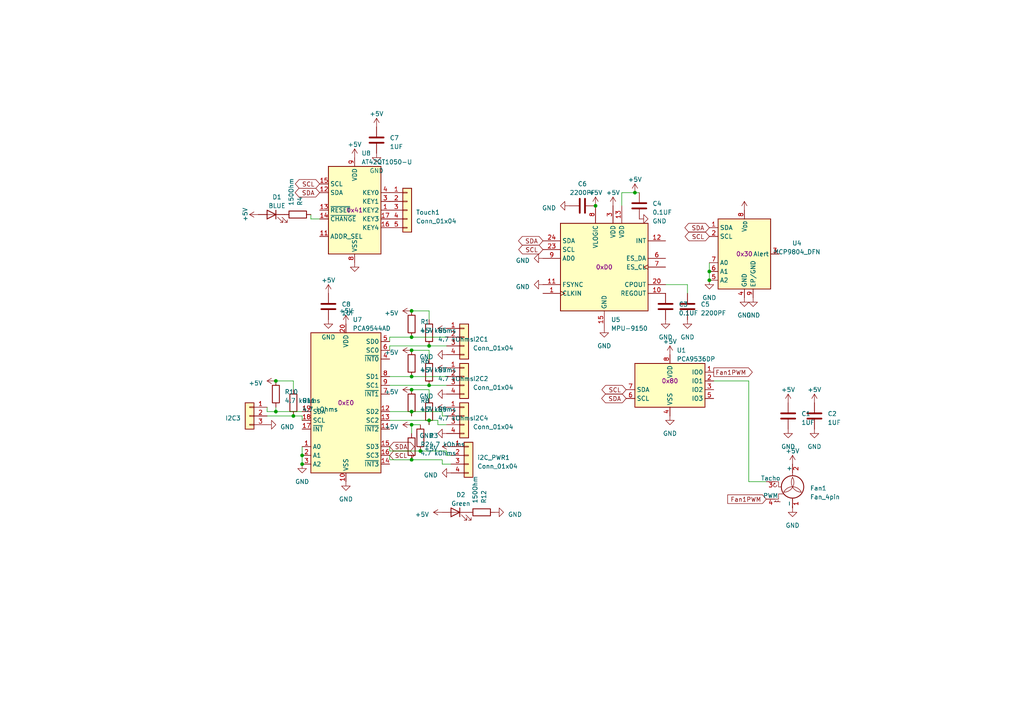
<source format=kicad_sch>
(kicad_sch (version 20230121) (generator eeschema)
  (paper "A4")
  (lib_symbols
    (symbol "Connector_Generic:Conn_01x03" (pin_names (offset 1.016) hide)
      (property "Reference" "J" (at 0 5.08 0))
      (property "Value" "Conn_01x03" (at 0 -5.08 0))
      (symbol "Conn_01x03_1_1"
        (rectangle (start -1.27 -2.413) (end 0 -2.667) (stroke (width 0.1524)))
        (rectangle (start -1.27 0.127) (end 0 -0.127) (stroke (width 0.1524)))
        (rectangle (start -1.27 2.667) (end 0 2.413) (stroke (width 0.1524)))
        (rectangle (start -1.27 3.81) (end 1.27 -3.81) (stroke (width 0.254)) (fill (type background)))
        (pin passive line (at -5.08 2.54 0) (length 3.81) (name "Pin_1") (number "1"))
        (pin passive line (at -5.08 0 0) (length 3.81) (name "Pin_2") (number "2"))
        (pin passive line (at -5.08 -2.54 0) (length 3.81) (name "Pin_3") (number "3"))
      )
    )
    (symbol "Connector_Generic:Conn_01x04" (pin_names (offset 1.016) hide)
      (property "Reference" "J" (at 0 5.08 0))
      (property "Value" "Conn_01x04" (at 0 -7.62 0))
      (symbol "Conn_01x04_1_1"
        (rectangle (start -1.27 -4.953) (end 0 -5.207) (stroke (width 0.1524)))
        (rectangle (start -1.27 -2.413) (end 0 -2.667) (stroke (width 0.1524)))
        (rectangle (start -1.27 0.127) (end 0 -0.127) (stroke (width 0.1524)))
        (rectangle (start -1.27 2.667) (end 0 2.413) (stroke (width 0.1524)))
        (rectangle (start -1.27 3.81) (end 1.27 -6.35) (stroke (width 0.254)) (fill (type background)))
        (pin passive line (at -5.08 2.54 0) (length 3.81) (name "Pin_1") (number "1"))
        (pin passive line (at -5.08 0 0) (length 3.81) (name "Pin_2") (number "2"))
        (pin passive line (at -5.08 -2.54 0) (length 3.81) (name "Pin_3") (number "3"))
        (pin passive line (at -5.08 -5.08 0) (length 3.81) (name "Pin_4") (number "4"))
      )
    )
    (symbol "Connector_Generic:Conn_01x05" (pin_names (offset 1.016) hide)
      (property "Reference" "J" (at 0 7.62 0))
      (property "Value" "Conn_01x05" (at 0 -7.62 0))
      (symbol "Conn_01x05_1_1"
        (rectangle (start -1.27 -4.953) (end 0 -5.207) (stroke (width 0.1524)))
        (rectangle (start -1.27 -2.413) (end 0 -2.667) (stroke (width 0.1524)))
        (rectangle (start -1.27 0.127) (end 0 -0.127) (stroke (width 0.1524)))
        (rectangle (start -1.27 2.667) (end 0 2.413) (stroke (width 0.1524)))
        (rectangle (start -1.27 5.207) (end 0 4.953) (stroke (width 0.1524)))
        (rectangle (start -1.27 6.35) (end 1.27 -6.35) (stroke (width 0.254)) (fill (type background)))
        (pin passive line (at -5.08 5.08 0) (length 3.81) (name "Pin_1") (number "1"))
        (pin passive line (at -5.08 2.54 0) (length 3.81) (name "Pin_2") (number "2"))
        (pin passive line (at -5.08 0 0) (length 3.81) (name "Pin_3") (number "3"))
        (pin passive line (at -5.08 -2.54 0) (length 3.81) (name "Pin_4") (number "4"))
        (pin passive line (at -5.08 -5.08 0) (length 3.81) (name "Pin_5") (number "5"))
      )
    )
    (symbol "Device:C" (pin_numbers hide) (pin_names (offset 0.254))
      (property "Reference" "C" (at 0.635 2.54 0))
      (property "Value" "C" (at 0.635 -2.54 0))
      (symbol "C_0_1"
        (polyline (pts (xy -2.032 -0.762) (xy 2.032 -0.762)) (stroke (width 0.508)))
        (polyline (pts (xy -2.032 0.762) (xy 2.032 0.762)) (stroke (width 0.508)))
      )
      (symbol "C_1_1"
        (pin passive line (at 0 3.81 270) (length 2.794) (name "~") (number "1"))
        (pin passive line (at 0 -3.81 90) (length 2.794) (name "~") (number "2"))
      )
    )
    (symbol "Device:LED" (pin_numbers hide) (pin_names (offset 1.016) hide)
      (property "Reference" "D" (at 0 2.54 0))
      (property "Value" "LED" (at 0 -2.54 0))
      (symbol "LED_0_1"
        (polyline (pts (xy -1.27 -1.27) (xy -1.27 1.27)) (stroke (width 0.254)))
        (polyline (pts (xy -1.27 0) (xy 1.27 0)))
        (polyline (pts (xy 1.27 -1.27) (xy 1.27 1.27) (xy -1.27 0) (xy 1.27 -1.27)) (stroke (width 0.254)))
        (polyline (pts (xy -3.048 -0.762) (xy -4.572 -2.286) (xy -3.81 -2.286) (xy -4.572 -2.286) (xy -4.572 -1.524)))
        (polyline (pts (xy -1.778 -0.762) (xy -3.302 -2.286) (xy -2.54 -2.286) (xy -3.302 -2.286) (xy -3.302 -1.524)))
      )
      (symbol "LED_1_1"
        (pin passive line (at -3.81 0 0) (length 2.54) (name "K") (number "1"))
        (pin passive line (at 3.81 0 180) (length 2.54) (name "A") (number "2"))
      )
    )
    (symbol "Device:R" (pin_numbers hide) (pin_names (offset 0))
      (property "Reference" "R" (at 2.032 0 90))
      (property "Value" "R" (at 0 0 90))
      (symbol "R_0_1"
        (rectangle (start -1.016 -2.54) (end 1.016 2.54) (stroke (width 0.254)))
      )
      (symbol "R_1_1"
        (pin passive line (at 0 3.81 270) (length 1.27) (name "~") (number "1"))
        (pin passive line (at 0 -3.81 90) (length 1.27) (name "~") (number "2"))
      )
    )
    (symbol "Interface_Expansion:PCA9536DP"
      (property "Reference" "U" (at -8.89 6.35 0))
      (property "Value" "PCA9536DP" (at 6.35 6.35 0))
      (symbol "PCA9536DP_0_1"
        (rectangle (start -10.16 5.08) (end 10.16 -7.62) (stroke (width 0.254)) (fill (type background)))
      )
      (symbol "PCA9536DP_1_1"
        (pin bidirectional line (at 12.7 2.54 180) (length 2.54) (name "IO0") (number "1"))
        (pin bidirectional line (at 12.7 0 180) (length 2.54) (name "IO1") (number "2"))
        (pin bidirectional line (at 12.7 -2.54 180) (length 2.54) (name "IO2") (number "3"))
        (pin power_in line (at 0 -10.16 90) (length 2.54) (name "VSS") (number "4"))
        (pin bidirectional line (at 12.7 -5.08 180) (length 2.54) (name "IO3") (number "5"))
        (pin input line (at -12.7 -5.08 0) (length 2.54) (name "SCL") (number "6"))
        (pin bidirectional line (at -12.7 -2.54 0) (length 2.54) (name "SDA") (number "7"))
        (pin power_in line (at 0 7.62 270) (length 2.54) (name "VDD") (number "8"))
      )
    )
    (symbol "Interface_Expansion:PCA9544AD"
      (property "Reference" "U" (at -8.89 21.59 0))
      (property "Value" "PCA9544AD" (at 6.35 21.59 0))
      (symbol "PCA9544AD_0_1"
        (rectangle (start 10.16 20.32) (end -10.16 -20.32) (stroke (width 0.254)) (fill (type background)))
      )
      (symbol "PCA9544AD_1_1"
        (pin input line (at -12.7 -12.7 0) (length 2.54) (name "A0") (number "1"))
        (pin power_in line (at 0 -22.86 90) (length 2.54) (name "VSS") (number "10"))
        (pin input line (at 12.7 -7.62 180) (length 2.54) (name "~{INT2}") (number "11"))
        (pin bidirectional line (at 12.7 -2.54 180) (length 2.54) (name "SD2") (number "12"))
        (pin output line (at 12.7 -5.08 180) (length 2.54) (name "SC2") (number "13"))
        (pin input line (at 12.7 -17.78 180) (length 2.54) (name "~{INT3}") (number "14"))
        (pin bidirectional line (at 12.7 -12.7 180) (length 2.54) (name "SD3") (number "15"))
        (pin output line (at 12.7 -15.24 180) (length 2.54) (name "SC3") (number "16"))
        (pin open_collector line (at -12.7 -7.62 0) (length 2.54) (name "~{INT}") (number "17"))
        (pin input line (at -12.7 -5.08 0) (length 2.54) (name "SCL") (number "18"))
        (pin bidirectional line (at -12.7 -2.54 0) (length 2.54) (name "SDA") (number "19"))
        (pin input line (at -12.7 -15.24 0) (length 2.54) (name "A1") (number "2"))
        (pin power_in line (at 0 22.86 270) (length 2.54) (name "VDD") (number "20"))
        (pin input line (at -12.7 -17.78 0) (length 2.54) (name "A2") (number "3"))
        (pin input line (at 12.7 12.7 180) (length 2.54) (name "~{INT0}") (number "4"))
        (pin bidirectional line (at 12.7 17.78 180) (length 2.54) (name "SD0") (number "5"))
        (pin output line (at 12.7 15.24 180) (length 2.54) (name "SC0") (number "6"))
        (pin input line (at 12.7 2.54 180) (length 2.54) (name "~{INT1}") (number "7"))
        (pin bidirectional line (at 12.7 7.62 180) (length 2.54) (name "SD1") (number "8"))
        (pin output line (at 12.7 5.08 180) (length 2.54) (name "SC1") (number "9"))
      )
    )
    (symbol "Motor:Fan_4pin" (pin_names (offset 0))
      (property "Reference" "M" (at 2.54 5.08 0))
      (property "Value" "Fan_4pin" (at 2.54 -2.54 0))
      (symbol "Fan_4pin_0_0"
        (arc (start -5.588 1.524) (mid -5.08 1.0182) (end -4.572 1.524))
        (arc (start -5.08 2.032) (mid -5.4392 1.8832) (end -5.588 1.524))
        (polyline (pts (xy -5.08 2.032) (xy -5.334 2.159)))
        (polyline (pts (xy -5.08 2.032) (xy -5.207 1.778)))
        (polyline (pts (xy -4.064 2.54) (xy -4.064 1.016) (xy -3.302 1.016)))
      )
      (symbol "Fan_4pin_0_1"
        (arc (start -2.54 -0.508) (mid 0.0028 0.9121) (end 0 3.81))
        (polyline (pts (xy -4.064 2.54) (xy -5.08 2.54)))
        (polyline (pts (xy 0 -5.08) (xy 0 -4.572)))
        (polyline (pts (xy 0 -2.2352) (xy 0 -2.6416)))
        (polyline (pts (xy 0 4.2672) (xy 0 4.6228)))
        (polyline (pts (xy 0 4.572) (xy 0 5.08)))
        (polyline (pts (xy -2.54 -1.016) (xy -4.064 -1.016) (xy -4.064 -2.54) (xy -5.08 -2.54)))
        (polyline (pts (xy -5.334 -3.302) (xy -5.08 -3.302) (xy -5.08 -3.048) (xy -4.826 -3.048) (xy -4.826 -3.302) (xy -4.318 -3.302) (xy -4.318 -3.048) (xy -4.064 -3.048) (xy -4.064 -3.302) (xy -3.556 -3.302)))
        (circle (center 0 1.016) (radius 3.2512) (stroke (width 0.254)))
        (arc (start 0 3.81) (mid 0.053 0.921) (end 2.54 -0.508))
        (arc (start 2.54 -0.508) (mid 0 1.0618) (end -2.54 -0.508))
      )
      (symbol "Fan_4pin_1_1"
        (pin passive line (at 0 -5.08 90) (length 2.54) (name "-") (number "1"))
        (pin passive line (at 0 7.62 270) (length 2.54) (name "+") (number "2"))
        (pin passive line (at -7.62 2.54 0) (length 2.54) (name "Tacho") (number "3"))
        (pin input line (at -7.62 -2.54 0) (length 2.54) (name "PWM") (number "4"))
      )
    )
    (symbol "Sensor_Motion:MPU-9150"
      (property "Reference" "U" (at -11.43 13.97 0))
      (property "Value" "MPU-9150" (at 8.89 -13.97 0))
      (symbol "MPU-9150_0_1"
        (rectangle (start -12.7 12.7) (end 12.7 -12.7) (stroke (width 0.254)) (fill (type background)))
      )
      (symbol "MPU-9150_1_1"
        (pin input clock (at -17.78 -7.62 0) (length 5.08) (name "CLKIN") (number "1"))
        (pin passive line (at 17.78 -7.62 180) (length 5.08) (name "REGOUT") (number "10"))
        (pin input line (at -17.78 -5.08 0) (length 5.08) (name "FSYNC") (number "11"))
        (pin output line (at 17.78 7.62 180) (length 5.08) (name "INT") (number "12"))
        (pin power_in line (at 5.08 17.78 270) (length 5.08) (name "VDD") (number "13"))
        (pin power_in line (at 0 -17.78 90) (length 5.08) (name "GND") (number "15"))
        (pin passive line (at 0 -17.78 90) (length 5.08) hide (name "GND") (number "17"))
        (pin passive line (at 0 -17.78 90) (length 5.08) hide (name "GND") (number "18"))
        (pin passive line (at 17.78 -5.08 180) (length 5.08) (name "CPOUT") (number "20"))
        (pin input line (at -17.78 5.08 0) (length 5.08) (name "SCL") (number "23"))
        (pin bidirectional line (at -17.78 7.62 0) (length 5.08) (name "SDA") (number "24"))
        (pin power_in line (at 2.54 17.78 270) (length 5.08) (name "VDD") (number "3"))
        (pin bidirectional line (at 17.78 2.54 180) (length 5.08) (name "ES_DA") (number "6"))
        (pin output clock (at 17.78 0 180) (length 5.08) (name "ES_CL") (number "7"))
        (pin power_in line (at -2.54 17.78 270) (length 5.08) (name "VLOGIC") (number "8"))
        (pin input line (at -17.78 2.54 0) (length 5.08) (name "AD0") (number "9"))
      )
    )
    (symbol "Sensor_Temperature:MCP9804_DFN"
      (property "Reference" "U" (at -6.35 11.43 0))
      (property "Value" "MCP9804_DFN" (at 10.16 11.43 0))
      (symbol "MCP9804_DFN_0_1"
        (rectangle (start -7.62 10.16) (end 7.62 -10.16) (stroke (width 0.254)) (fill (type background)))
      )
      (symbol "MCP9804_DFN_1_1"
        (pin bidirectional line (at -10.16 7.62 0) (length 2.54) (name "SDA") (number "1"))
        (pin input line (at -10.16 5.08 0) (length 2.54) (name "SCL") (number "2"))
        (pin output line (at 10.16 0 180) (length 2.54) (name "Alert") (number "3"))
        (pin power_in line (at 0 -12.7 90) (length 2.54) (name "GND") (number "4"))
        (pin input line (at -10.16 -7.62 0) (length 2.54) (name "A2") (number "5"))
        (pin input line (at -10.16 -5.08 0) (length 2.54) (name "A1") (number "6"))
        (pin input line (at -10.16 -2.54 0) (length 2.54) (name "A0") (number "7"))
        (pin power_in line (at 0 12.7 270) (length 2.54) (name "V_{DD}") (number "8"))
        (pin power_in line (at 2.54 -12.7 90) (length 2.54) (name "EP/GND") (number "9"))
      )
    )
    (symbol "Sensor_Touch:AT42QT1050-M"
      (property "Reference" "U" (at -2.54 16.51 0))
      (property "Value" "AT42QT1050-M" (at -2.54 13.97 0))
      (symbol "AT42QT1050-M_0_1"
        (rectangle (start -7.62 12.7) (end 7.62 -12.7) (stroke (width 0.254)) (fill (type background)))
      )
      (symbol "AT42QT1050-M_1_1"
        (pin passive line (at 10.16 0 180) (length 2.54) (name "KEY2") (number "1"))
        (pin no_connect line (at 7.62 10.16 180) (length 2.54) hide (name "NC") (number "10"))
        (pin input line (at -10.16 -7.62 0) (length 2.54) (name "ADDR_SEL") (number "11"))
        (pin bidirectional line (at -10.16 5.08 0) (length 2.54) (name "SDA") (number "12"))
        (pin input line (at -10.16 0 0) (length 2.54) (name "~{RESET}") (number "13"))
        (pin open_collector line (at -10.16 -2.54 0) (length 2.54) (name "~{CHANGE}") (number "14"))
        (pin input line (at -10.16 7.62 0) (length 2.54) (name "SCL") (number "15"))
        (pin passive line (at 10.16 -5.08 180) (length 2.54) (name "KEY4") (number "16"))
        (pin passive line (at 10.16 -2.54 180) (length 2.54) (name "KEY3") (number "17"))
        (pin no_connect line (at 7.62 7.62 180) (length 2.54) hide (name "NC") (number "18"))
        (pin no_connect line (at 7.62 -7.62 180) (length 2.54) hide (name "NC") (number "19"))
        (pin no_connect line (at -7.62 10.16 0) (length 2.54) hide (name "NC") (number "2"))
        (pin no_connect line (at 7.62 -10.16 180) (length 2.54) hide (name "NC") (number "20"))
        (pin passive line (at 0 -15.24 90) (length 2.54) hide (name "VSS") (number "21"))
        (pin passive line (at 10.16 2.54 180) (length 2.54) (name "KEY1") (number "3"))
        (pin passive line (at 10.16 5.08 180) (length 2.54) (name "KEY0") (number "4"))
        (pin no_connect line (at -7.62 2.54 0) (length 2.54) hide (name "NC") (number "5"))
        (pin no_connect line (at -7.62 -5.08 0) (length 2.54) hide (name "NC") (number "6"))
        (pin no_connect line (at -7.62 -10.16 0) (length 2.54) hide (name "NC") (number "7"))
        (pin power_in line (at 0 -15.24 90) (length 2.54) (name "VSS") (number "8"))
        (pin power_in line (at 0 15.24 270) (length 2.54) (name "VDD") (number "9"))
      )
    )
    (symbol "power:+5V" (power) (pin_names (offset 0))
      (property "Value" "+5V" (at 0 3.556 0))
      (symbol "+5V_0_1"
        (polyline (pts (xy -0.762 1.27) (xy 0 2.54)))
        (polyline (pts (xy 0 0) (xy 0 2.54)))
        (polyline (pts (xy 0 2.54) (xy 0.762 1.27)))
      )
      (symbol "+5V_1_1"
        (pin power_in line (at 0 0 90) (length 0) hide (name "+5V") (number "1"))
      )
    )
    (symbol "power:GND" (power) (pin_names (offset 0))
      (property "Value" "GND" (at 0 -3.81 0))
      (symbol "GND_0_1"
        (polyline (pts (xy 0 0) (xy 0 -1.27) (xy 1.27 -1.27) (xy 0 -2.54) (xy -1.27 -1.27) (xy 0 -1.27)))
      )
      (symbol "GND_1_1"
        (pin power_in line (at 0 0 270) (length 0) hide (name "GND") (number "1"))
      )
    )
  )
  (junction (at 119.38 109.22))
  (junction (at 124.46 121.92))
  (junction (at 172.72 59.69))
  (junction (at 184.15 55.88))
  (junction (at 205.74 81.28))
  (junction (at 121.92 130.81))
  (junction (at 119.38 90.17))
  (junction (at 119.38 113.03))
  (junction (at 80.01 119.38))
  (junction (at 80.01 110.49))
  (junction (at 87.63 134.62))
  (junction (at 119.38 133.35))
  (junction (at 119.38 97.79))
  (junction (at 119.38 101.6))
  (junction (at 124.46 100.33))
  (junction (at 205.74 78.74))
  (junction (at 124.46 111.76))
  (junction (at 119.38 119.38))
  (junction (at 87.63 132.08))
  (junction (at 85.09 120.65))
  (junction (at 119.38 123.19))
  (wire (pts (xy 113.03 130.81) (xy 113.03 129.54)))
  (wire (pts (xy 87.63 120.65) (xy 87.63 121.92)))
  (wire (pts (xy 185.42 55.88) (xy 184.15 55.88)))
  (wire (pts (xy 119.38 109.22) (xy 129.54 109.22)))
  (wire (pts (xy 113.03 133.35) (xy 119.38 133.35)))
  (wire (pts (xy 119.38 113.03) (xy 124.46 113.03)))
  (wire (pts (xy 180.34 59.69) (xy 180.34 55.88)))
  (wire (pts (xy 205.74 76.2) (xy 205.74 78.74)))
  (wire (pts (xy 128.27 134.62) (xy 128.27 133.35)))
  (wire (pts (xy 128.27 120.65) (xy 129.54 120.65)))
  (wire (pts (xy 113.03 100.33) (xy 124.46 100.33)))
  (wire (pts (xy 77.47 120.65) (xy 85.09 120.65)))
  (wire (pts (xy 124.46 111.76) (xy 129.54 111.76)))
  (wire (pts (xy 127 123.19) (xy 129.54 123.19)))
  (wire (pts (xy 85.09 110.49) (xy 85.09 113.03)))
  (wire (pts (xy 87.63 132.08) (xy 87.63 134.62)))
  (wire (pts (xy 205.74 78.74) (xy 205.74 81.28)))
  (wire (pts (xy 80.01 119.38) (xy 77.47 119.38)))
  (wire (pts (xy 222.25 139.7) (xy 217.17 139.7)))
  (wire (pts (xy 124.46 101.6) (xy 124.46 104.14)))
  (wire (pts (xy 119.38 97.79) (xy 129.54 97.79)))
  (wire (pts (xy 119.38 133.35) (xy 128.27 133.35)))
  (wire (pts (xy 127 123.19) (xy 127 121.92)))
  (wire (pts (xy 129.54 132.08) (xy 129.54 130.81)))
  (wire (pts (xy 124.46 113.03) (xy 124.46 115.57)))
  (wire (pts (xy 113.03 99.06) (xy 113.03 97.79)))
  (wire (pts (xy 119.38 125.73) (xy 119.38 123.19)))
  (wire (pts (xy 121.92 130.81) (xy 129.54 130.81)))
  (wire (pts (xy 90.17 62.23) (xy 90.17 63.5)))
  (wire (pts (xy 217.17 110.49) (xy 217.17 139.7)))
  (wire (pts (xy 129.54 132.08) (xy 130.81 132.08)))
  (wire (pts (xy 199.39 85.09) (xy 199.39 82.55)))
  (wire (pts (xy 113.03 109.22) (xy 119.38 109.22)))
  (wire (pts (xy 124.46 100.33) (xy 129.54 100.33)))
  (wire (pts (xy 127 121.92) (xy 124.46 121.92)))
  (wire (pts (xy 119.38 119.38) (xy 119.38 120.65)))
  (wire (pts (xy 85.09 120.65) (xy 87.63 120.65)))
  (wire (pts (xy 80.01 110.49) (xy 85.09 110.49)))
  (wire (pts (xy 113.03 101.6) (xy 113.03 100.33)))
  (wire (pts (xy 124.46 90.17) (xy 124.46 92.71)))
  (wire (pts (xy 128.27 119.38) (xy 119.38 119.38)))
  (wire (pts (xy 199.39 82.55) (xy 193.04 82.55)))
  (wire (pts (xy 113.03 111.76) (xy 124.46 111.76)))
  (wire (pts (xy 124.46 121.92) (xy 113.03 121.92)))
  (wire (pts (xy 113.03 130.81) (xy 121.92 130.81)))
  (wire (pts (xy 119.38 123.19) (xy 121.92 123.19)))
  (wire (pts (xy 128.27 134.62) (xy 130.81 134.62)))
  (wire (pts (xy 87.63 129.54) (xy 87.63 132.08)))
  (wire (pts (xy 119.38 90.17) (xy 124.46 90.17)))
  (wire (pts (xy 119.38 101.6) (xy 124.46 101.6)))
  (wire (pts (xy 87.63 119.38) (xy 80.01 119.38)))
  (wire (pts (xy 77.47 119.38) (xy 77.47 118.11)))
  (wire (pts (xy 80.01 118.11) (xy 80.01 119.38)))
  (wire (pts (xy 113.03 97.79) (xy 119.38 97.79)))
  (wire (pts (xy 124.46 121.92) (xy 124.46 123.19)))
  (wire (pts (xy 180.34 55.88) (xy 184.15 55.88)))
  (wire (pts (xy 217.17 110.49) (xy 207.01 110.49)))
  (wire (pts (xy 113.03 133.35) (xy 113.03 132.08)))
  (wire (pts (xy 119.38 119.38) (xy 113.03 119.38)))
  (wire (pts (xy 128.27 120.65) (xy 128.27 119.38)))
  (wire (pts (xy 90.17 63.5) (xy 92.71 63.5)))
  (global_label "SCL" (shape bidirectional) (at 205.74 68.58 180) (property "Intersheetrefs" "${INTERSHEET_REFS}" (effects hide)))
  (global_label "SDA" (shape bidirectional) (at 92.71 55.88 180) (property "Intersheetrefs" "${INTERSHEET_REFS}" (effects hide)))
  (global_label "SDA" (shape bidirectional) (at 157.48 69.85 180) (property "Intersheetrefs" "${INTERSHEET_REFS}" (effects hide)))
  (global_label "Fan1PWM" (shape output) (at 207.01 107.95 0) (property "Intersheetrefs" "${INTERSHEET_REFS}" (effects hide)))
  (global_label "SDA" (shape bidirectional) (at 181.61 115.57 180) (property "Intersheetrefs" "${INTERSHEET_REFS}" (effects hide)))
  (global_label "SCL" (shape bidirectional) (at 92.71 53.34 180) (property "Intersheetrefs" "${INTERSHEET_REFS}" (effects hide)))
  (global_label "SDA" (shape bidirectional) (at 205.74 66.04 180) (property "Intersheetrefs" "${INTERSHEET_REFS}" (effects hide)))
  (global_label "SDA" (shape bidirectional) (at 113.03 129.54 0) (property "Intersheetrefs" "${INTERSHEET_REFS}" (effects hide)))
  (global_label "SCL" (shape bidirectional) (at 113.03 132.08 0) (property "Intersheetrefs" "${INTERSHEET_REFS}" (effects hide)))
  (global_label "SCL" (shape bidirectional) (at 181.61 113.03 180) (property "Intersheetrefs" "${INTERSHEET_REFS}" (effects hide)))
  (global_label "Fan1PWM" (shape input) (at 222.25 144.78 180) (property "Intersheetrefs" "${INTERSHEET_REFS}" (effects hide)))
  (global_label "SCL" (shape bidirectional) (at 157.48 72.39 180) (property "Intersheetrefs" "${INTERSHEET_REFS}" (effects hide)))
  (symbol (lib_id "Device:LED") (at 78.74 62.23 0) (mirror y) (unit 1)
    (property "Reference" "D1" (at 80.3275 57.15 0))
    (property "Value" "BLUE" (at 80.3275 59.69 0))
    (property "Footprint" "LED_SMD:LED_0603_1608Metric_Pad1.05x0.95mm_HandSolder" (effects hide))
  )
  (symbol (lib_id "power:+5V") (at 129.54 118.11 90) (unit 1)
    (property "Reference" "#PWR013" (effects hide))
    (property "Value" "+5V" (at 125.73 118.745 90) (effects (justify left)))
  )
  (symbol (lib_id "Device:C") (at 95.25 88.9 0) (unit 1)
    (property "Reference" "C8" (at 99.06 88.265 0) (effects (justify left)))
    (property "Value" "1UF" (at 99.06 90.805 0) (effects (justify left)))
    (property "Footprint" "Capacitor_SMD:C_0603_1608Metric_Pad1.08x0.95mm_HandSolder" (effects hide))
  )
  (symbol (lib_id "power:GND") (at 185.42 63.5 90) (unit 1)
    (property "Reference" "#PWR044" (effects hide))
    (property "Value" "GND" (at 189.23 64.135 90) (effects (justify right)))
  )
  (symbol (lib_id "Device:C") (at 109.22 40.64 0) (unit 1)
    (property "Reference" "C7" (at 113.03 40.005 0) (effects (justify left)))
    (property "Value" "1UF" (at 113.03 42.545 0) (effects (justify left)))
    (property "Footprint" "Capacitor_SMD:C_0603_1608Metric_Pad1.08x0.95mm_HandSolder" (effects hide))
  )
  (symbol (lib_id "Device:LED") (at 132.08 148.59 0) (mirror y) (unit 1)
    (property "Reference" "D2" (at 133.6675 143.51 0))
    (property "Value" "Green" (at 133.6675 146.05 0))
    (property "Footprint" "LED_SMD:LED_0603_1608Metric_Pad1.05x0.95mm_HandSolder" (effects hide))
  )
  (symbol (lib_id "power:GND") (at 229.87 147.32 0) (unit 1)
    (property "Reference" "#PWR06" (effects hide))
    (property "Value" "GND" (at 229.87 152.4 0))
  )
  (symbol (lib_id "Device:R") (at 86.36 62.23 270) (mirror x) (unit 1)
    (property "Reference" "R4" (at 86.995 59.69 0) (effects (justify left)))
    (property "Value" "150Ohm" (at 84.455 59.69 0) (effects (justify left)))
    (property "Footprint" "Resistor_SMD:R_0603_1608Metric_Pad0.98x0.95mm_HandSolder" (effects hide))
  )
  (symbol (lib_id "power:+5V") (at 100.33 93.98 0) (unit 1)
    (property "Reference" "#PWR012" (effects hide))
    (property "Value" "+5V" (at 100.33 90.17 0))
  )
  (symbol (lib_id "Interface_Expansion:PCA9536DP") (at 194.31 110.49 0) (unit 1)
    (property "Reference" "U1" (at 196.2659 101.6 0) (effects (justify left)))
    (property "Value" "PCA9536DP" (at 196.2659 104.14 0) (effects (justify left)))
    (property "Footprint" "Package_SO:TSSOP-8_3x3mm_P0.65mm" (effects hide))
    (property "Datasheet" "http://www.nxp.com/documents/data_sheet/PCA9536.pdf" (effects hide))
    (property "Address" "0x80" (at 194.31 110.49 0))
  )
  (symbol (lib_id "power:GND") (at 77.47 123.19 90) (mirror x) (unit 1)
    (property "Reference" "#PWR014" (effects hide))
    (property "Value" "GND" (at 81.28 123.825 90) (effects (justify right)))
  )
  (symbol (lib_id "Connector_Generic:Conn_01x05") (at 118.11 60.96 0) (unit 1)
    (property "Reference" "Touch1" (at 120.65 61.595 0) (effects (justify left)))
    (property "Value" "Conn_01x04" (at 120.65 64.135 0) (effects (justify left)))
    (property "Footprint" "Connector_PinHeader_2.54mm:PinHeader_1x05_P2.54mm_Horizontal" (effects hide))
  )
  (symbol (lib_id "power:GND") (at 100.33 139.7 0) (unit 1)
    (property "Reference" "#PWR05" (effects hide))
    (property "Value" "GND" (at 100.33 144.78 0))
  )
  (symbol (lib_id "Connector_Generic:Conn_01x04") (at 134.62 97.79 0) (unit 1)
    (property "Reference" "I2C1" (at 137.16 98.425 0) (effects (justify left)))
    (property "Value" "Conn_01x04" (at 137.16 100.965 0) (effects (justify left)))
    (property "Footprint" "Connector_JST:JST_EH_S4B-EH_1x04_P2.50mm_Horizontal" (effects hide))
  )
  (symbol (lib_id "Device:R") (at 124.46 96.52 0) (unit 1)
    (property "Reference" "R5" (at 127 95.885 0) (effects (justify left)))
    (property "Value" "4.7 kOhms" (at 127 98.425 0) (effects (justify left)))
    (property "Footprint" "Resistor_SMD:R_0603_1608Metric" (effects hide))
  )
  (symbol (lib_id "Connector_Generic:Conn_01x04") (at 135.89 132.08 0) (unit 1)
    (property "Reference" "i2C_PWR1" (at 138.43 132.715 0) (effects (justify left)))
    (property "Value" "Conn_01x04" (at 138.43 135.255 0) (effects (justify left)))
    (property "Footprint" "Connector_JST:JST_EH_S4B-EH_1x04_P2.50mm_Horizontal" (effects hide))
  )
  (symbol (lib_id "Sensor_Temperature:MCP9804_DFN") (at 215.9 73.66 0) (unit 1)
    (property "Reference" "U4" (at 231.14 70.5359 0))
    (property "Value" "MCP9804_DFN" (at 231.14 73.0759 0))
    (property "Footprint" "Package_DFN_QFN:DFN-8-1EP_3x2mm_P0.5mm_EP1.7x1.4mm" (effects hide))
    (property "Datasheet" "http://ww1.microchip.com/downloads/en/DeviceDoc/22203b.pdf" (effects hide))
    (property "Address" "0x30" (at 215.9 73.66 0))
  )
  (symbol (lib_id "Device:R") (at 124.46 107.95 0) (unit 1)
    (property "Reference" "R7" (at 127 107.315 0) (effects (justify left)))
    (property "Value" "4.7 kOhms" (at 127 109.855 0) (effects (justify left)))
    (property "Footprint" "Resistor_SMD:R_0603_1608Metric" (effects hide))
  )
  (symbol (lib_id "power:GND") (at 165.1 59.69 270) (unit 1)
    (property "Reference" "#PWR046" (effects hide))
    (property "Value" "GND" (at 161.29 60.325 90) (effects (justify right)))
  )
  (symbol (lib_id "power:+5V") (at 194.31 102.87 0) (unit 1)
    (property "Reference" "#PWR022" (effects hide))
    (property "Value" "+5V" (at 194.31 99.06 0))
  )
  (symbol (lib_id "power:GND") (at 130.81 137.16 270) (unit 1)
    (property "Reference" "#PWR02" (effects hide))
    (property "Value" "GND" (at 127 137.795 90) (effects (justify right)))
  )
  (symbol (lib_id "power:GND") (at 129.54 114.3 270) (unit 1)
    (property "Reference" "#PWR010" (effects hide))
    (property "Value" "GND" (at 125.73 114.935 90) (effects (justify right)))
  )
  (symbol (lib_id "power:GND") (at 175.26 95.25 0) (unit 1)
    (property "Reference" "#PWR07" (effects hide))
    (property "Value" "GND" (at 175.26 100.33 0))
  )
  (symbol (lib_id "power:+5V") (at 102.87 45.72 0) (unit 1)
    (property "Reference" "#PWR018" (effects hide))
    (property "Value" "+5V" (at 102.87 41.91 0))
  )
  (symbol (lib_id "power:GND") (at 87.63 134.62 0) (unit 1)
    (property "Reference" "#PWR04" (effects hide))
    (property "Value" "GND" (at 87.63 139.7 0))
  )
  (symbol (lib_id "power:GND") (at 194.31 120.65 0) (unit 1)
    (property "Reference" "#PWR019" (effects hide))
    (property "Value" "GND" (at 194.31 125.73 0))
  )
  (symbol (lib_id "Device:R") (at 119.38 93.98 0) (unit 1)
    (property "Reference" "R1" (at 121.92 93.345 0) (effects (justify left)))
    (property "Value" "4.7 kOhms" (at 121.92 95.885 0) (effects (justify left)))
    (property "Footprint" "Resistor_SMD:R_0603_1608Metric" (effects hide))
  )
  (symbol (lib_id "Interface_Expansion:PCA9544AD") (at 100.33 116.84 0) (unit 1)
    (property "Reference" "U7" (at 102.2859 92.71 0) (effects (justify left)))
    (property "Value" "PCA9544AD" (at 102.2859 95.25 0) (effects (justify left)))
    (property "Footprint" "Package_SO:TSSOP-20_4.4x6.5mm_P0.65mm" (effects hide))
    (property "Datasheet" "http://www.nxp.com/documents/data_sheet/PCA9544A.pdf" (effects hide))
    (property "Address" "0xE0" (at 100.33 116.84 0))
  )
  (symbol (lib_id "Device:C") (at 199.39 88.9 0) (unit 1)
    (property "Reference" "C5" (at 203.2 88.265 0) (effects (justify left)))
    (property "Value" "2200PF" (at 203.2 90.805 0) (effects (justify left)))
    (property "Footprint" "Capacitor_SMD:C_0603_1608Metric_Pad1.08x0.95mm_HandSolder" (effects hide))
  )
  (symbol (lib_id "power:+5V") (at 119.38 90.17 90) (unit 1)
    (property "Reference" "#PWR027" (effects hide))
    (property "Value" "+5V" (at 115.57 90.805 90) (effects (justify left)))
  )
  (symbol (lib_id "Device:R") (at 119.38 116.84 0) (unit 1)
    (property "Reference" "R8" (at 121.92 116.205 0) (effects (justify left)))
    (property "Value" "4.7 kOhms" (at 121.92 118.745 0) (effects (justify left)))
    (property "Footprint" "Resistor_SMD:R_0603_1608Metric" (effects hide))
  )
  (symbol (lib_id "power:GND") (at 102.87 76.2 0) (unit 1)
    (property "Reference" "#PWR070" (effects hide))
    (property "Value" "GND" (effects hide))
  )
  (symbol (lib_id "power:+5V") (at 109.22 36.83 0) (unit 1)
    (property "Reference" "#PWR020" (effects hide))
    (property "Value" "+5V" (at 109.22 33.02 0))
  )
  (symbol (lib_id "power:GND") (at 205.74 81.28 0) (unit 1)
    (property "Reference" "#PWR011" (effects hide))
    (property "Value" "GND" (at 205.74 86.36 0))
  )
  (symbol (lib_id "power:+5V") (at 215.9 60.96 0) (unit 1)
    (property "Reference" "#PWR016" (effects hide))
    (property "Value" "+5V" (effects hide))
  )
  (symbol (lib_id "power:+5V") (at 129.54 95.25 90) (unit 1)
    (property "Reference" "#PWR08" (effects hide))
    (property "Value" "+5V" (at 125.73 95.885 90) (effects (justify left)))
  )
  (symbol (lib_id "Device:R") (at 80.01 114.3 0) (unit 1)
    (property "Reference" "R10" (at 82.55 113.665 0) (effects (justify left)))
    (property "Value" "4.7 kOhms" (at 82.55 116.205 0) (effects (justify left)))
    (property "Footprint" "Resistor_SMD:R_0603_1608Metric" (effects hide))
  )
  (symbol (lib_id "power:GND") (at 218.44 86.36 0) (unit 1)
    (property "Reference" "#PWR024" (effects hide))
    (property "Value" "GND" (at 218.44 91.44 0))
  )
  (symbol (lib_id "Device:R") (at 119.38 105.41 0) (unit 1)
    (property "Reference" "R6" (at 121.92 104.775 0) (effects (justify left)))
    (property "Value" "4.7 kOhms" (at 121.92 107.315 0) (effects (justify left)))
    (property "Footprint" "Resistor_SMD:R_0603_1608Metric" (effects hide))
  )
  (symbol (lib_id "Device:C") (at 168.91 59.69 270) (unit 1)
    (property "Reference" "C6" (at 168.91 53.34 90))
    (property "Value" "2200PF" (at 168.91 55.88 90))
    (property "Footprint" "Capacitor_SMD:C_0603_1608Metric_Pad1.08x0.95mm_HandSolder" (effects hide))
  )
  (symbol (lib_id "power:+5V") (at 129.54 106.68 90) (unit 1)
    (property "Reference" "#PWR09" (effects hide))
    (property "Value" "+5V" (at 125.73 107.315 90) (effects (justify left)))
  )
  (symbol (lib_id "power:GND") (at 228.6 124.46 0) (unit 1)
    (property "Reference" "#PWR034" (effects hide))
    (property "Value" "GND" (at 228.6 129.54 0))
  )
  (symbol (lib_id "power:GND") (at 129.54 125.73 270) (unit 1)
    (property "Reference" "#PWR015" (effects hide))
    (property "Value" "GND" (at 125.73 126.365 90) (effects (justify right)))
  )
  (symbol (lib_id "Device:C") (at 193.04 88.9 0) (unit 1)
    (property "Reference" "C3" (at 196.85 88.265 0) (effects (justify left)))
    (property "Value" "0.1UF" (at 196.85 90.805 0) (effects (justify left)))
    (property "Footprint" "Capacitor_SMD:C_0603_1608Metric_Pad1.08x0.95mm_HandSolder" (effects hide))
  )
  (symbol (lib_id "Device:R") (at 121.92 127 0) (unit 1)
    (property "Reference" "R3" (at 124.46 126.365 0) (effects (justify left)))
    (property "Value" "4.7 kOhms" (at 124.46 128.905 0) (effects (justify left)))
    (property "Footprint" "Resistor_SMD:R_0603_1608Metric" (effects hide))
  )
  (symbol (lib_id "power:+5V") (at 229.87 134.62 0) (unit 1)
    (property "Reference" "#PWR021" (effects hide))
    (property "Value" "+5V" (at 229.87 130.81 0))
  )
  (symbol (lib_id "Sensor_Touch:AT42QT1050-M") (at 102.87 60.96 0) (unit 1)
    (property "Reference" "U8" (at 104.8259 44.45 0) (effects (justify left)))
    (property "Value" "AT42QT1050-U" (at 104.8259 46.99 0) (effects (justify left)))
    (property "Footprint" "Package_DFN_QFN:VQFN-20-1EP_3x3mm_P0.45mm_EP1.55x1.55mm" (effects hide))
    (property "Datasheet" "http://ww1.microchip.com/downloads/en/DeviceDoc/Atmel-9707-AT42-QTouch-BSW-AT42QT1050_Datasheet.pdf" (effects hide))
    (property "Address" "0x41" (at 102.87 60.96 0))
  )
  (symbol (lib_id "power:+5V") (at 119.38 113.03 90) (unit 1)
    (property "Reference" "#PWR029" (effects hide))
    (property "Value" "+5V" (at 115.57 113.665 90) (effects (justify left)))
  )
  (symbol (lib_id "power:GND") (at 193.04 92.71 0) (unit 1)
    (property "Reference" "#PWR045" (effects hide))
    (property "Value" "GND" (at 193.04 97.79 0))
  )
  (symbol (lib_id "power:+5V") (at 172.72 59.69 0) (unit 1)
    (property "Reference" "#PWR025" (effects hide))
    (property "Value" "+5V" (at 172.72 55.88 0))
  )
  (symbol (lib_id "power:+5V") (at 128.27 148.59 90) (unit 1)
    (property "Reference" "#PWR038" (effects hide))
    (property "Value" "+5V" (at 124.46 149.225 90) (effects (justify left)))
  )
  (symbol (lib_id "Connector_Generic:Conn_01x03") (at 72.39 120.65 0) (mirror y) (unit 1)
    (property "Reference" "I2C3" (at 69.85 121.285 0) (effects (justify left)))
    (property "Value" "Conn_01x03" (effects hide))
    (property "Footprint" "Connector_JST:JST_EH_S3B-EH_1x03_P2.50mm_Horizontal" (effects hide))
  )
  (symbol (lib_id "Device:C") (at 228.6 120.65 0) (unit 1)
    (property "Reference" "C1" (at 232.41 120.015 0) (effects (justify left)))
    (property "Value" "1UF" (at 232.41 122.555 0) (effects (justify left)))
    (property "Footprint" "Capacitor_SMD:C_0603_1608Metric_Pad1.08x0.95mm_HandSolder" (effects hide))
  )
  (symbol (lib_id "Device:R") (at 85.09 116.84 0) (unit 1)
    (property "Reference" "R11" (at 87.63 116.205 0) (effects (justify left)))
    (property "Value" "4.7 kOhms" (at 87.63 118.745 0) (effects (justify left)))
    (property "Footprint" "Resistor_SMD:R_0603_1608Metric" (effects hide))
  )
  (symbol (lib_id "power:+5V") (at 119.38 101.6 90) (unit 1)
    (property "Reference" "#PWR028" (effects hide))
    (property "Value" "+5V" (at 115.57 102.235 90) (effects (justify left)))
  )
  (symbol (lib_id "power:GND") (at 236.22 124.46 0) (unit 1)
    (property "Reference" "#PWR036" (effects hide))
    (property "Value" "GND" (at 236.22 129.54 0))
  )
  (symbol (lib_id "Device:C") (at 185.42 59.69 0) (unit 1)
    (property "Reference" "C4" (at 189.23 59.055 0) (effects (justify left)))
    (property "Value" "0.1UF" (at 189.23 61.595 0) (effects (justify left)))
    (property "Footprint" "Capacitor_SMD:C_0603_1608Metric_Pad1.08x0.95mm_HandSolder" (effects hide))
  )
  (symbol (lib_id "Device:C") (at 236.22 120.65 0) (unit 1)
    (property "Reference" "C2" (at 240.03 120.015 0) (effects (justify left)))
    (property "Value" "1UF" (at 240.03 122.555 0) (effects (justify left)))
    (property "Footprint" "Capacitor_SMD:C_0603_1608Metric_Pad1.08x0.95mm_HandSolder" (effects hide))
  )
  (symbol (lib_id "power:GND") (at 199.39 92.71 0) (unit 1)
    (property "Reference" "#PWR042" (effects hide))
    (property "Value" "GND" (at 199.39 97.79 0))
  )
  (symbol (lib_id "Connector_Generic:Conn_01x04") (at 134.62 109.22 0) (unit 1)
    (property "Reference" "I2C2" (at 137.16 109.855 0) (effects (justify left)))
    (property "Value" "Conn_01x04" (at 137.16 112.395 0) (effects (justify left)))
    (property "Footprint" "Connector_JST:JST_EH_S4B-EH_1x04_P2.50mm_Horizontal" (effects hide))
  )
  (symbol (lib_id "power:+5V") (at 80.01 110.49 90) (unit 1)
    (property "Reference" "#PWR030" (effects hide))
    (property "Value" "+5V" (at 76.2 111.125 90) (effects (justify left)))
  )
  (symbol (lib_id "power:GND") (at 129.54 102.87 270) (unit 1)
    (property "Reference" "#PWR053" (effects hide))
    (property "Value" "GND" (at 125.73 103.505 90) (effects (justify right)))
  )
  (symbol (lib_id "power:+5V") (at 74.93 62.23 90) (unit 1)
    (property "Reference" "#PWR032" (effects hide))
    (property "Value" "+5V" (at 71.12 62.23 0))
  )
  (symbol (lib_id "Device:R") (at 119.38 129.54 0) (unit 1)
    (property "Reference" "R2" (at 121.92 128.905 0) (effects (justify left)))
    (property "Value" "4.7 kOhms" (at 121.92 131.445 0) (effects (justify left)))
    (property "Footprint" "Resistor_SMD:R_0603_1608Metric" (effects hide))
  )
  (symbol (lib_id "power:GND") (at 109.22 44.45 0) (unit 1)
    (property "Reference" "#PWR023" (effects hide))
    (property "Value" "GND" (at 109.22 49.53 0))
  )
  (symbol (lib_id "Sensor_Motion:MPU-9150") (at 175.26 77.47 0) (unit 1)
    (property "Reference" "U5" (at 177.2159 92.71 0) (effects (justify left)))
    (property "Value" "MPU-9150" (at 177.2159 95.25 0) (effects (justify left)))
    (property "Footprint" "Sensor_Motion:InvenSense_QFN-24_4x4mm_P0.5mm" (effects hide))
    (property "Datasheet" "https://www.invensense.com/wp-content/uploads/2015/02/MPU-9150-Datasheet.pdf" (effects hide))
    (property "Address" "0xD0" (at 175.26 77.47 0))
  )
  (symbol (lib_id "power:GND") (at 157.48 82.55 270) (unit 1)
    (property "Reference" "#PWR041" (effects hide))
    (property "Value" "GND" (at 153.67 83.185 90) (effects (justify right)))
  )
  (symbol (lib_id "Connector_Generic:Conn_01x04") (at 134.62 120.65 0) (unit 1)
    (property "Reference" "I2C4" (at 137.16 121.285 0) (effects (justify left)))
    (property "Value" "Conn_01x04" (at 137.16 123.825 0) (effects (justify left)))
    (property "Footprint" "Connector_JST:JST_EH_S4B-EH_1x04_P2.50mm_Horizontal" (effects hide))
  )
  (symbol (lib_id "power:+5V") (at 130.81 129.54 90) (unit 1)
    (property "Reference" "#PWR01" (effects hide))
    (property "Value" "+5V" (at 127 130.175 90) (effects (justify left)))
  )
  (symbol (lib_id "power:GND") (at 143.51 148.59 90) (mirror x) (unit 1)
    (property "Reference" "#PWR037" (effects hide))
    (property "Value" "GND" (at 147.32 149.225 90) (effects (justify right)))
  )
  (symbol (lib_id "power:GND") (at 95.25 92.71 0) (unit 1)
    (property "Reference" "#PWR031" (effects hide))
    (property "Value" "GND" (at 95.25 97.79 0))
  )
  (symbol (lib_id "power:+5V") (at 228.6 116.84 0) (unit 1)
    (property "Reference" "#PWR033" (effects hide))
    (property "Value" "+5V" (at 228.6 113.03 0))
  )
  (symbol (lib_id "power:+5V") (at 236.22 116.84 0) (unit 1)
    (property "Reference" "#PWR035" (effects hide))
    (property "Value" "+5V" (at 236.22 113.03 0))
  )
  (symbol (lib_id "power:GND") (at 215.9 86.36 0) (unit 1)
    (property "Reference" "#PWR03" (effects hide))
    (property "Value" "GND" (at 215.9 91.44 0))
  )
  (symbol (lib_id "power:+5V") (at 177.8 59.69 0) (unit 1)
    (property "Reference" "#PWR039" (effects hide))
    (property "Value" "+5V" (at 177.8 55.88 0))
  )
  (symbol (lib_id "Device:R") (at 124.46 119.38 0) (unit 1)
    (property "Reference" "R9" (at 127 118.745 0) (effects (justify left)))
    (property "Value" "4.7 kOhms" (at 127 121.285 0) (effects (justify left)))
    (property "Footprint" "Resistor_SMD:R_0603_1608Metric" (effects hide))
  )
  (symbol (lib_id "Motor:Fan_4pin") (at 229.87 142.24 0) (unit 1)
    (property "Reference" "Fan1" (at 234.95 141.605 0) (effects (justify left)))
    (property "Value" "Fan_4pin" (at 234.95 144.145 0) (effects (justify left)))
    (property "Footprint" "Connector:FanPinHeader_1x04_P2.54mm_Vertical" (effects hide))
    (property "Datasheet" "http://www.formfactors.org/developer%5Cspecs%5Crev1_2_public.pdf" (effects hide))
  )
  (symbol (lib_id "power:+5V") (at 184.15 55.88 0) (unit 1)
    (property "Reference" "#PWR040" (effects hide))
    (property "Value" "+5V" (at 184.15 52.07 0))
  )
  (symbol (lib_id "power:GND") (at 157.48 74.93 270) (unit 1)
    (property "Reference" "#PWR051" (effects hide))
    (property "Value" "GND" (at 153.67 75.565 90) (effects (justify right)))
  )
  (symbol (lib_id "power:+5V") (at 95.25 85.09 0) (unit 1)
    (property "Reference" "#PWR026" (effects hide))
    (property "Value" "+5V" (at 95.25 81.28 0))
  )
  (symbol (lib_id "Device:R") (at 139.7 148.59 270) (mirror x) (unit 1)
    (property "Reference" "R12" (at 140.335 146.05 0) (effects (justify left)))
    (property "Value" "150Ohm" (at 137.795 146.05 0) (effects (justify left)))
    (property "Footprint" "Resistor_SMD:R_0603_1608Metric_Pad0.98x0.95mm_HandSolder" (effects hide))
  )
  (symbol (lib_id "power:+5V") (at 119.38 123.19 90) (unit 1)
    (property "Reference" "#PWR017" (effects hide))
    (property "Value" "+5V" (at 115.57 123.825 90) (effects (justify left)))
  )
)
</source>
